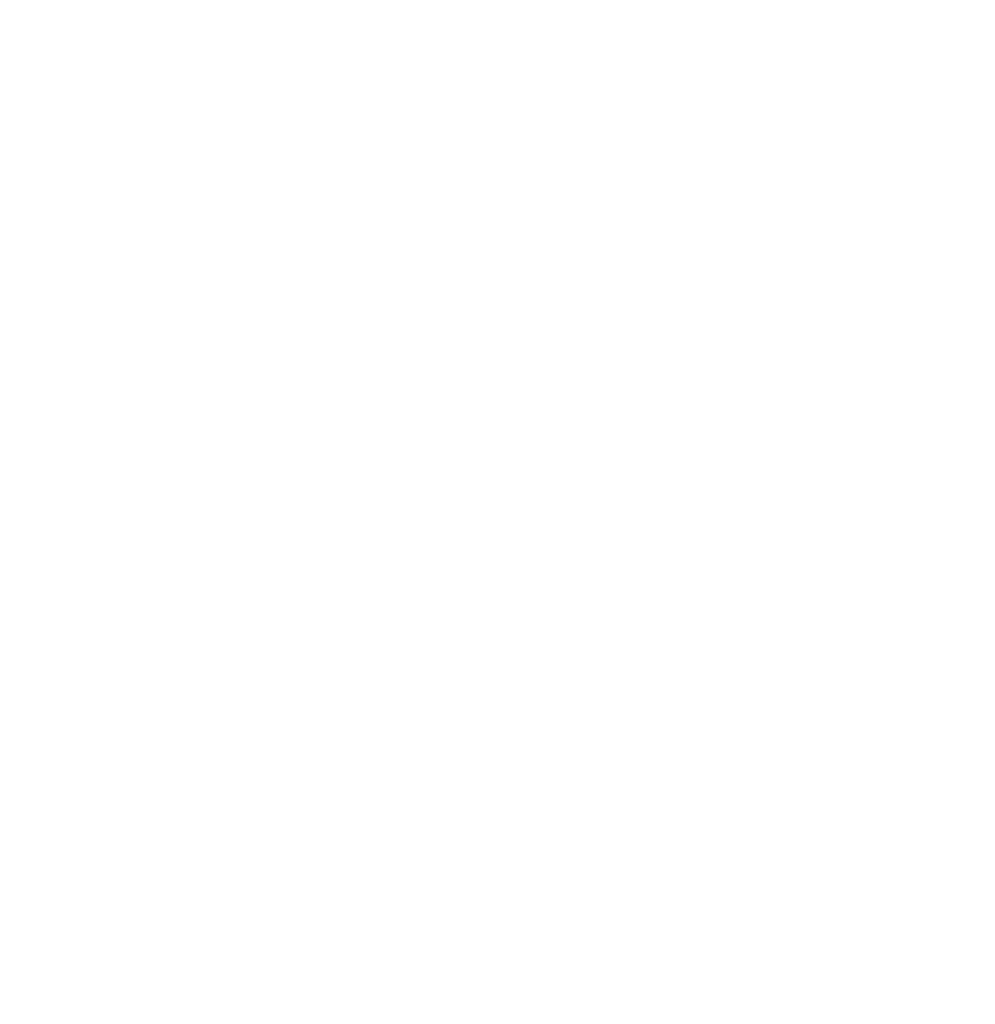
<source format=gbr>
G04 CAM350 V10.2.0 (Build 386) Date:  Sat Feb 01 15:24:05 2025 *
G04 Database: c:\users\comp1\desktop\ajinkya_\gerber data\round 10s 5p\round 10s5p.cam *
G04 Layer 52: Layer_52 *
%FSLAX24Y24*%
%MOIN*%
%SFA1.000B1.000*%

%MIA0B0*%
%IPPOS*%
%LNLayer_52*%
%LPD*%
G54D26*
X-4780Y13748D03*
Y12780D03*
X-7833Y11115D03*
Y10146D03*
X0Y14591D03*
Y13622D03*
X4780Y13748D03*
Y12780D03*
X8079Y11134D03*
Y10165D03*
X12144Y7626D03*
Y6658D03*
X17268Y-790D03*
Y-1759D03*
X4780Y-14752D03*
Y-15720D03*
X0Y-13391D03*
Y-14359D03*
X-4780Y-13984D03*
Y-14953D03*
X-8283Y-10068D03*
Y-11037D03*
X-15640Y-5372D03*
Y-6341D03*
X13141Y-3433D03*
Y-4402D03*
X-13764Y3042D03*
Y2073D03*
X-12105Y7603D03*
Y6634D03*
X-9878Y2356D03*
Y1388D03*
X-3433Y-8818D03*
Y-9786D03*
X4052Y-8828D03*
Y-9796D03*
X8696Y-4406D03*
Y-5375D03*
X9894Y2359D03*
Y1391D03*
X6446Y8297D03*
Y7328D03*
X0Y10634D03*
Y9666D03*
X-6453Y8305D03*
Y7337D03*
X0Y6717D03*
Y5748D03*
Y-5517D03*
Y-6486D03*
X-9683Y15685D03*
Y14717D03*
X-14659Y12254D03*
Y11286D03*
X-16293Y8060D03*
Y7092D03*
X-17881Y1035D03*
Y66D03*
X-14799Y-11063D03*
Y-12032D03*
X-9693Y-14450D03*
Y-15418D03*
X-13Y-17299D03*
Y-18267D03*
X8636Y-14743D03*
Y-15711D03*
X15823Y-11827D03*
Y-12796D03*
X17911Y-7365D03*
Y-8334D03*
X17730Y3170D03*
Y2201D03*
X16293Y8060D03*
Y7092D03*
X15640Y12264D03*
Y11295D03*
X9683Y15685D03*
Y14717D03*
X5046Y17803D03*
Y16834D03*
X0Y18528D03*
Y17559D03*
X-5046Y17803D03*
Y16834D03*
X5285Y3666D03*
Y2697D03*
Y-2437D03*
Y-3405D03*
X-5285Y-2437D03*
Y-3405D03*
Y3666D03*
Y2697D03*
X-33Y2763D03*
X-25Y-2739D03*
X-12179Y-1320D03*
Y-2289D03*
X13684Y2698D03*
Y1730D03*
X-10412Y-5661D03*
Y-6630D03*
X11951Y-7652D03*
Y-8621D03*
M02*

</source>
